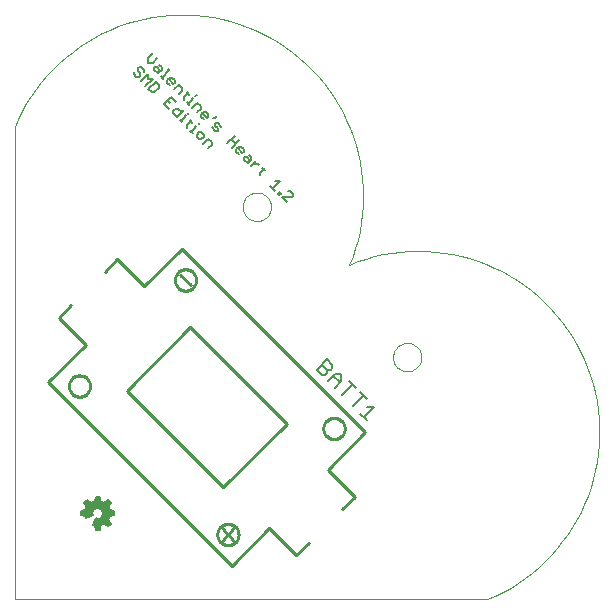
<source format=gto>
G75*
G70*
%OFA0B0*%
%FSLAX24Y24*%
%IPPOS*%
%LPD*%
%AMOC8*
5,1,8,0,0,1.08239X$1,22.5*
%
%ADD10C,0.0000*%
%ADD11C,0.0060*%
%ADD12C,0.0100*%
%ADD13C,0.0070*%
D10*
X009756Y010038D02*
X025504Y010038D01*
X025771Y010155D01*
X026032Y010285D01*
X026287Y010428D01*
X026534Y010582D01*
X026773Y010749D01*
X027005Y010927D01*
X027227Y011115D01*
X027440Y011315D01*
X027643Y011524D01*
X027835Y011743D01*
X028017Y011971D01*
X028188Y012207D01*
X028347Y012452D01*
X028494Y012704D01*
X028629Y012962D01*
X028751Y013227D01*
X028860Y013498D01*
X028956Y013773D01*
X029038Y014053D01*
X029107Y014336D01*
X029162Y014622D01*
X029203Y014911D01*
X029231Y015201D01*
X029244Y015493D01*
X029243Y015784D01*
X029228Y016076D01*
X029199Y016366D01*
X029156Y016654D01*
X029099Y016940D01*
X029028Y017223D01*
X028944Y017502D01*
X028846Y017777D01*
X028735Y018047D01*
X028611Y018311D01*
X028475Y018568D01*
X028326Y018819D01*
X028166Y019063D01*
X027994Y019298D01*
X027810Y019525D01*
X027616Y019743D01*
X027412Y019951D01*
X027198Y020148D01*
X026974Y020336D01*
X026742Y020512D01*
X026501Y020677D01*
X026253Y020830D01*
X025998Y020971D01*
X025736Y021099D01*
X025468Y021215D01*
X025195Y021317D01*
X024918Y021407D01*
X024636Y021482D01*
X024351Y021544D01*
X024063Y021592D01*
X023774Y021627D01*
X023483Y021647D01*
X023191Y021653D01*
X022900Y021645D01*
X022609Y021623D01*
X022320Y021587D01*
X022032Y021537D01*
X021748Y021473D01*
X021467Y021395D01*
X021190Y021304D01*
X020917Y021200D01*
X017357Y023123D02*
X017359Y023166D01*
X017365Y023208D01*
X017375Y023250D01*
X017388Y023291D01*
X017405Y023331D01*
X017426Y023368D01*
X017450Y023404D01*
X017477Y023437D01*
X017507Y023468D01*
X017540Y023496D01*
X017575Y023521D01*
X017612Y023542D01*
X017651Y023560D01*
X017691Y023574D01*
X017733Y023585D01*
X017775Y023592D01*
X017818Y023595D01*
X017861Y023594D01*
X017904Y023589D01*
X017946Y023580D01*
X017987Y023568D01*
X018027Y023552D01*
X018065Y023532D01*
X018101Y023509D01*
X018135Y023482D01*
X018167Y023453D01*
X018195Y023421D01*
X018221Y023386D01*
X018243Y023350D01*
X018262Y023311D01*
X018277Y023271D01*
X018289Y023230D01*
X018297Y023187D01*
X018301Y023144D01*
X018301Y023102D01*
X018297Y023059D01*
X018289Y023016D01*
X018277Y022975D01*
X018262Y022935D01*
X018243Y022896D01*
X018221Y022860D01*
X018195Y022825D01*
X018167Y022793D01*
X018135Y022764D01*
X018101Y022737D01*
X018065Y022714D01*
X018027Y022694D01*
X017987Y022678D01*
X017946Y022666D01*
X017904Y022657D01*
X017861Y022652D01*
X017818Y022651D01*
X017775Y022654D01*
X017733Y022661D01*
X017691Y022672D01*
X017651Y022686D01*
X017612Y022704D01*
X017575Y022725D01*
X017540Y022750D01*
X017507Y022778D01*
X017477Y022809D01*
X017450Y022842D01*
X017426Y022878D01*
X017405Y022915D01*
X017388Y022955D01*
X017375Y022996D01*
X017365Y023038D01*
X017359Y023080D01*
X017357Y023123D01*
X020918Y021199D02*
X021022Y021472D01*
X021113Y021749D01*
X021191Y022030D01*
X021255Y022314D01*
X021305Y022602D01*
X021341Y022891D01*
X021363Y023182D01*
X021371Y023473D01*
X021365Y023765D01*
X021345Y024056D01*
X021310Y024345D01*
X021262Y024633D01*
X021200Y024918D01*
X021125Y025200D01*
X021035Y025477D01*
X020933Y025750D01*
X020817Y026018D01*
X020689Y026280D01*
X020548Y026535D01*
X020395Y026783D01*
X020230Y027024D01*
X020054Y027256D01*
X019866Y027480D01*
X019669Y027694D01*
X019461Y027898D01*
X019243Y028092D01*
X019016Y028276D01*
X018781Y028448D01*
X018537Y028608D01*
X018286Y028757D01*
X018029Y028893D01*
X017765Y029017D01*
X017495Y029128D01*
X017220Y029226D01*
X016941Y029310D01*
X016658Y029381D01*
X016372Y029438D01*
X016084Y029481D01*
X015794Y029510D01*
X015502Y029525D01*
X015211Y029526D01*
X014919Y029513D01*
X014629Y029485D01*
X014340Y029444D01*
X014054Y029389D01*
X013771Y029320D01*
X013491Y029238D01*
X013216Y029142D01*
X012945Y029033D01*
X012680Y028911D01*
X012422Y028776D01*
X012170Y028629D01*
X011925Y028470D01*
X011689Y028299D01*
X011461Y028117D01*
X011242Y027925D01*
X011033Y027722D01*
X010833Y027509D01*
X010645Y027287D01*
X010467Y027055D01*
X010300Y026816D01*
X010146Y026569D01*
X010003Y026314D01*
X009873Y026053D01*
X009756Y025786D01*
X009756Y010038D01*
X022368Y018112D02*
X022370Y018155D01*
X022376Y018197D01*
X022386Y018239D01*
X022399Y018280D01*
X022416Y018320D01*
X022437Y018357D01*
X022461Y018393D01*
X022488Y018426D01*
X022518Y018457D01*
X022551Y018485D01*
X022586Y018510D01*
X022623Y018531D01*
X022662Y018549D01*
X022702Y018563D01*
X022744Y018574D01*
X022786Y018581D01*
X022829Y018584D01*
X022872Y018583D01*
X022915Y018578D01*
X022957Y018569D01*
X022998Y018557D01*
X023038Y018541D01*
X023076Y018521D01*
X023112Y018498D01*
X023146Y018471D01*
X023178Y018442D01*
X023206Y018410D01*
X023232Y018375D01*
X023254Y018339D01*
X023273Y018300D01*
X023288Y018260D01*
X023300Y018219D01*
X023308Y018176D01*
X023312Y018133D01*
X023312Y018091D01*
X023308Y018048D01*
X023300Y018005D01*
X023288Y017964D01*
X023273Y017924D01*
X023254Y017885D01*
X023232Y017849D01*
X023206Y017814D01*
X023178Y017782D01*
X023146Y017753D01*
X023112Y017726D01*
X023076Y017703D01*
X023038Y017683D01*
X022998Y017667D01*
X022957Y017655D01*
X022915Y017646D01*
X022872Y017641D01*
X022829Y017640D01*
X022786Y017643D01*
X022744Y017650D01*
X022702Y017661D01*
X022662Y017675D01*
X022623Y017693D01*
X022586Y017714D01*
X022551Y017739D01*
X022518Y017767D01*
X022488Y017798D01*
X022461Y017831D01*
X022437Y017867D01*
X022416Y017904D01*
X022399Y017944D01*
X022386Y017985D01*
X022376Y018027D01*
X022370Y018069D01*
X022368Y018112D01*
D11*
X018831Y023276D02*
X018670Y023437D01*
X018991Y023437D01*
X019031Y023477D01*
X019031Y023557D01*
X018951Y023637D01*
X018871Y023637D01*
X018620Y023567D02*
X018580Y023527D01*
X018540Y023567D01*
X018580Y023607D01*
X018620Y023567D01*
X018440Y023667D02*
X018280Y023827D01*
X018360Y023747D02*
X018601Y023988D01*
X018440Y023988D01*
X018086Y024342D02*
X018006Y024422D01*
X018086Y024422D02*
X017926Y024262D01*
X017926Y024181D01*
X017910Y024519D02*
X017869Y024559D01*
X017709Y024559D01*
X017629Y024479D02*
X017789Y024639D01*
X017649Y024699D02*
X017529Y024579D01*
X017409Y024699D01*
X017409Y024779D01*
X017489Y024779D01*
X017609Y024659D01*
X017649Y024699D02*
X017649Y024779D01*
X017569Y024859D01*
X017389Y024959D02*
X017349Y024919D01*
X017188Y025080D01*
X017228Y025120D02*
X017309Y025120D01*
X017389Y025039D01*
X017389Y024959D01*
X017228Y024879D02*
X017148Y024959D01*
X017148Y025039D01*
X017228Y025120D01*
X017128Y025220D02*
X016968Y025380D01*
X016848Y025260D02*
X017088Y025500D01*
X017249Y025340D02*
X017008Y025099D01*
X016320Y025193D02*
X016200Y025073D01*
X016320Y025193D02*
X016320Y025273D01*
X016200Y025393D01*
X016040Y025233D01*
X015980Y025373D02*
X016060Y025453D01*
X016060Y025533D01*
X015980Y025614D01*
X015899Y025614D01*
X015819Y025533D01*
X015819Y025453D01*
X015899Y025373D01*
X015980Y025373D01*
X015686Y025587D02*
X015606Y025667D01*
X015646Y025627D02*
X015806Y025787D01*
X015766Y025827D01*
X015886Y025868D02*
X015926Y025908D01*
X016057Y026051D02*
X015976Y026131D01*
X015976Y026211D01*
X016057Y026292D01*
X016137Y026292D01*
X016217Y026211D01*
X016217Y026131D01*
X016177Y026091D01*
X016017Y026252D01*
X015957Y026392D02*
X015836Y026271D01*
X015957Y026392D02*
X015957Y026472D01*
X015836Y026592D01*
X015676Y026432D01*
X015583Y026525D02*
X015502Y026605D01*
X015542Y026565D02*
X015703Y026726D01*
X015663Y026766D01*
X015783Y026806D02*
X015823Y026846D01*
X015569Y026859D02*
X015489Y026939D01*
X015569Y026939D02*
X015409Y026779D01*
X015409Y026699D01*
X015229Y026879D02*
X015349Y026999D01*
X015349Y027080D01*
X015229Y027200D01*
X015068Y027039D01*
X015049Y027220D02*
X014888Y027380D01*
X014848Y027340D02*
X014928Y027420D01*
X015008Y027420D01*
X015089Y027340D01*
X015089Y027260D01*
X015049Y027220D01*
X014928Y027180D02*
X014848Y027260D01*
X014848Y027340D01*
X014715Y027393D02*
X014634Y027474D01*
X014674Y027433D02*
X014915Y027674D01*
X014875Y027714D01*
X014655Y027694D02*
X014534Y027574D01*
X014414Y027694D01*
X014414Y027774D01*
X014494Y027774D01*
X014615Y027654D01*
X014655Y027694D02*
X014655Y027774D01*
X014574Y027854D01*
X014354Y027914D02*
X014515Y028075D01*
X014354Y028235D02*
X014194Y028075D01*
X014194Y027914D01*
X014354Y027914D01*
X014057Y027697D02*
X013977Y027777D01*
X013896Y027777D01*
X013856Y027737D01*
X013856Y027657D01*
X013937Y027577D01*
X013937Y027497D01*
X013896Y027456D01*
X013816Y027457D01*
X013736Y027537D01*
X013736Y027617D01*
X014057Y027617D02*
X014057Y027697D01*
X014197Y027557D02*
X013956Y027316D01*
X014117Y027156D02*
X014357Y027397D01*
X014197Y027397D01*
X014197Y027557D01*
X014457Y027297D02*
X014578Y027176D01*
X014578Y027096D01*
X014417Y026936D01*
X014337Y026936D01*
X014217Y027056D01*
X014457Y027297D01*
X014978Y026776D02*
X014738Y026535D01*
X014898Y026375D01*
X015038Y026315D02*
X015118Y026395D01*
X015198Y026395D01*
X015319Y026275D01*
X015399Y026355D02*
X015158Y026114D01*
X015038Y026235D01*
X015038Y026315D01*
X014938Y026575D02*
X014858Y026655D01*
X014978Y026776D02*
X015139Y026615D01*
X015539Y026215D02*
X015579Y026255D01*
X015459Y026135D02*
X015298Y025974D01*
X015258Y026014D02*
X015339Y025934D01*
X015512Y025841D02*
X015512Y025760D01*
X015512Y025841D02*
X015673Y026001D01*
X015673Y025921D02*
X015592Y026001D01*
X015459Y026135D02*
X015419Y026175D01*
X016357Y026071D02*
X016437Y026071D01*
X016517Y026152D01*
X016527Y025901D02*
X016648Y025781D01*
X016527Y025741D02*
X016447Y025821D01*
X016447Y025901D01*
X016527Y025901D01*
X016527Y025741D02*
X016527Y025660D01*
X016447Y025660D01*
X016327Y025781D01*
X012587Y013463D02*
X012615Y013308D01*
X012735Y013258D01*
X012870Y013350D01*
X012962Y013258D01*
X012870Y013124D01*
X012919Y013003D01*
X013082Y012968D01*
X013082Y012841D01*
X012926Y012813D01*
X012877Y012692D01*
X012962Y012565D01*
X012870Y012473D01*
X012750Y012551D01*
X012615Y012501D01*
X012587Y012346D01*
X012460Y012346D01*
X012431Y012487D01*
X012368Y012508D01*
X012467Y012735D01*
X012488Y012671D02*
X012700Y012742D01*
X012735Y012919D01*
X012665Y013060D01*
X012523Y013131D01*
X012382Y013060D01*
X012311Y012919D01*
X012311Y012848D01*
X012134Y012813D01*
X011993Y012883D01*
X011993Y012954D01*
X012170Y012989D01*
X012205Y013166D01*
X012134Y013237D01*
X012205Y013308D01*
X012311Y013201D01*
X012453Y013272D01*
X012488Y013449D01*
X012559Y013449D01*
X012594Y013272D01*
X012771Y013237D01*
X012842Y013308D01*
X012912Y013237D01*
X012842Y013095D01*
X012912Y012954D01*
X013054Y012954D01*
X013054Y012883D01*
X012912Y012813D01*
X012842Y012671D01*
X012948Y012565D01*
X012842Y012530D01*
X012700Y012600D01*
X012594Y012494D01*
X012559Y012388D01*
X012488Y012388D01*
X012453Y012494D01*
X012417Y012530D01*
X012488Y012671D01*
X012493Y012673D02*
X012842Y012673D01*
X012872Y012731D02*
X012669Y012731D01*
X012710Y012790D02*
X012901Y012790D01*
X012984Y012849D02*
X012721Y012849D01*
X012733Y012907D02*
X013054Y012907D01*
X012906Y012966D02*
X012712Y012966D01*
X012683Y013024D02*
X012877Y013024D01*
X012848Y013083D02*
X012619Y013083D01*
X012663Y013258D02*
X012425Y013258D01*
X012431Y013308D02*
X012460Y013463D01*
X012587Y013463D01*
X012562Y013434D02*
X012485Y013434D01*
X012473Y013375D02*
X012573Y013375D01*
X012585Y013317D02*
X012462Y013317D01*
X012431Y013308D02*
X012297Y013258D01*
X012177Y013350D01*
X012085Y013258D01*
X012170Y013131D01*
X012113Y013003D01*
X011965Y012968D01*
X011965Y012841D01*
X012106Y012813D01*
X012120Y012756D01*
X012354Y012848D01*
X012311Y012849D02*
X012062Y012849D01*
X011993Y012907D02*
X012311Y012907D01*
X012335Y012966D02*
X012051Y012966D01*
X012177Y013024D02*
X012364Y013024D01*
X012427Y013083D02*
X012188Y013083D01*
X012200Y013141D02*
X012864Y013141D01*
X012894Y013200D02*
X012171Y013200D01*
X012156Y013258D02*
X012254Y013258D01*
X012353Y012847D02*
X012347Y012872D01*
X012344Y012898D01*
X012345Y012924D01*
X012350Y012950D01*
X012358Y012974D01*
X012370Y012997D01*
X012385Y013018D01*
X012403Y013037D01*
X012423Y013053D01*
X012446Y013066D01*
X012470Y013075D01*
X012495Y013081D01*
X012521Y013083D01*
X012547Y013081D01*
X012572Y013076D01*
X012597Y013067D01*
X012619Y013055D01*
X012640Y013039D01*
X012658Y013021D01*
X012674Y013000D01*
X012686Y012978D01*
X012695Y012953D01*
X012700Y012928D01*
X012702Y012902D01*
X012700Y012876D01*
X012694Y012851D01*
X012685Y012827D01*
X012672Y012804D01*
X012656Y012784D01*
X012637Y012766D01*
X012616Y012751D01*
X012593Y012739D01*
X012569Y012731D01*
X012543Y012726D01*
X012517Y012725D01*
X012492Y012728D01*
X012466Y012734D01*
X012460Y012614D02*
X012898Y012614D01*
X012920Y012556D02*
X012789Y012556D01*
X012656Y012556D02*
X012430Y012556D01*
X012450Y012497D02*
X012597Y012497D01*
X012576Y012439D02*
X012471Y012439D01*
X012792Y013258D02*
X012891Y013258D01*
D12*
X013487Y016998D02*
X015602Y019114D01*
X018832Y015885D01*
X016716Y013769D01*
X013487Y016998D01*
X011562Y017148D02*
X011564Y017185D01*
X011570Y017222D01*
X011579Y017257D01*
X011593Y017292D01*
X011609Y017325D01*
X011630Y017356D01*
X011653Y017385D01*
X011679Y017411D01*
X011708Y017434D01*
X011739Y017455D01*
X011772Y017471D01*
X011807Y017485D01*
X011842Y017494D01*
X011879Y017500D01*
X011916Y017502D01*
X011953Y017500D01*
X011990Y017494D01*
X012025Y017485D01*
X012060Y017471D01*
X012093Y017455D01*
X012124Y017434D01*
X012153Y017411D01*
X012179Y017385D01*
X012202Y017356D01*
X012223Y017325D01*
X012239Y017292D01*
X012253Y017257D01*
X012262Y017222D01*
X012268Y017185D01*
X012270Y017148D01*
X012268Y017111D01*
X012262Y017074D01*
X012253Y017039D01*
X012239Y017004D01*
X012223Y016971D01*
X012202Y016940D01*
X012179Y016911D01*
X012153Y016885D01*
X012124Y016862D01*
X012093Y016841D01*
X012060Y016825D01*
X012025Y016811D01*
X011990Y016802D01*
X011953Y016796D01*
X011916Y016794D01*
X011879Y016796D01*
X011842Y016802D01*
X011807Y016811D01*
X011772Y016825D01*
X011739Y016841D01*
X011708Y016862D01*
X011679Y016885D01*
X011653Y016911D01*
X011630Y016940D01*
X011609Y016971D01*
X011593Y017004D01*
X011579Y017039D01*
X011570Y017074D01*
X011564Y017111D01*
X011562Y017148D01*
X010870Y017276D02*
X012122Y018529D01*
X011232Y019420D01*
X011649Y019838D01*
X012763Y020951D02*
X013180Y021369D01*
X014071Y020478D01*
X015324Y021731D01*
X021449Y015606D01*
X020196Y014353D01*
X021087Y013463D01*
X020669Y013045D01*
X019555Y011931D02*
X019138Y011514D01*
X018247Y012405D01*
X016994Y011152D01*
X010870Y017276D01*
X015275Y020861D02*
X015629Y020507D01*
X015098Y020684D02*
X015100Y020721D01*
X015106Y020758D01*
X015115Y020793D01*
X015129Y020828D01*
X015145Y020861D01*
X015166Y020892D01*
X015189Y020921D01*
X015215Y020947D01*
X015244Y020970D01*
X015275Y020991D01*
X015308Y021007D01*
X015343Y021021D01*
X015378Y021030D01*
X015415Y021036D01*
X015452Y021038D01*
X015489Y021036D01*
X015526Y021030D01*
X015561Y021021D01*
X015596Y021007D01*
X015629Y020991D01*
X015660Y020970D01*
X015689Y020947D01*
X015715Y020921D01*
X015738Y020892D01*
X015759Y020861D01*
X015775Y020828D01*
X015789Y020793D01*
X015798Y020758D01*
X015804Y020721D01*
X015806Y020684D01*
X015804Y020647D01*
X015798Y020610D01*
X015789Y020575D01*
X015775Y020540D01*
X015759Y020507D01*
X015738Y020476D01*
X015715Y020447D01*
X015689Y020421D01*
X015660Y020398D01*
X015629Y020377D01*
X015596Y020361D01*
X015561Y020347D01*
X015526Y020338D01*
X015489Y020332D01*
X015452Y020330D01*
X015415Y020332D01*
X015378Y020338D01*
X015343Y020347D01*
X015308Y020361D01*
X015275Y020377D01*
X015244Y020398D01*
X015215Y020421D01*
X015189Y020447D01*
X015166Y020476D01*
X015145Y020507D01*
X015129Y020540D01*
X015115Y020575D01*
X015106Y020610D01*
X015100Y020647D01*
X015098Y020684D01*
X020048Y015734D02*
X020050Y015771D01*
X020056Y015808D01*
X020065Y015843D01*
X020079Y015878D01*
X020095Y015911D01*
X020116Y015942D01*
X020139Y015971D01*
X020165Y015997D01*
X020194Y016020D01*
X020225Y016041D01*
X020258Y016057D01*
X020293Y016071D01*
X020328Y016080D01*
X020365Y016086D01*
X020402Y016088D01*
X020439Y016086D01*
X020476Y016080D01*
X020511Y016071D01*
X020546Y016057D01*
X020579Y016041D01*
X020610Y016020D01*
X020639Y015997D01*
X020665Y015971D01*
X020688Y015942D01*
X020709Y015911D01*
X020725Y015878D01*
X020739Y015843D01*
X020748Y015808D01*
X020754Y015771D01*
X020756Y015734D01*
X020754Y015697D01*
X020748Y015660D01*
X020739Y015625D01*
X020725Y015590D01*
X020709Y015557D01*
X020688Y015526D01*
X020665Y015497D01*
X020639Y015471D01*
X020610Y015448D01*
X020579Y015427D01*
X020546Y015411D01*
X020511Y015397D01*
X020476Y015388D01*
X020439Y015382D01*
X020402Y015380D01*
X020365Y015382D01*
X020328Y015388D01*
X020293Y015397D01*
X020258Y015411D01*
X020225Y015427D01*
X020194Y015448D01*
X020165Y015471D01*
X020139Y015497D01*
X020116Y015526D01*
X020095Y015557D01*
X020079Y015590D01*
X020065Y015625D01*
X020056Y015660D01*
X020050Y015697D01*
X020048Y015734D01*
X017043Y012375D02*
X016689Y012022D01*
X016512Y012199D02*
X016514Y012236D01*
X016520Y012273D01*
X016529Y012308D01*
X016543Y012343D01*
X016559Y012376D01*
X016580Y012407D01*
X016603Y012436D01*
X016629Y012462D01*
X016658Y012485D01*
X016689Y012506D01*
X016722Y012522D01*
X016757Y012536D01*
X016792Y012545D01*
X016829Y012551D01*
X016866Y012553D01*
X016903Y012551D01*
X016940Y012545D01*
X016975Y012536D01*
X017010Y012522D01*
X017043Y012506D01*
X017074Y012485D01*
X017103Y012462D01*
X017129Y012436D01*
X017152Y012407D01*
X017173Y012376D01*
X017189Y012343D01*
X017203Y012308D01*
X017212Y012273D01*
X017218Y012236D01*
X017220Y012199D01*
X017218Y012162D01*
X017212Y012125D01*
X017203Y012090D01*
X017189Y012055D01*
X017173Y012022D01*
X017152Y011991D01*
X017129Y011962D01*
X017103Y011936D01*
X017074Y011913D01*
X017043Y011892D01*
X017010Y011876D01*
X016975Y011862D01*
X016940Y011853D01*
X016903Y011847D01*
X016866Y011845D01*
X016829Y011847D01*
X016792Y011853D01*
X016757Y011862D01*
X016722Y011876D01*
X016689Y011892D01*
X016658Y011913D01*
X016629Y011936D01*
X016603Y011962D01*
X016580Y011991D01*
X016559Y012022D01*
X016543Y012055D01*
X016529Y012090D01*
X016520Y012125D01*
X016514Y012162D01*
X016512Y012199D01*
X016689Y012375D02*
X017043Y012022D01*
D13*
X021281Y016233D02*
X021513Y016002D01*
X021397Y016118D02*
X021744Y016464D01*
X021513Y016464D01*
X021495Y016713D02*
X021264Y016944D01*
X021379Y016829D02*
X021032Y016482D01*
X020668Y016847D02*
X021015Y017194D01*
X020899Y017309D02*
X021130Y017078D01*
X020650Y017327D02*
X020650Y017558D01*
X020419Y017558D01*
X020188Y017327D01*
X020112Y017518D02*
X019997Y017518D01*
X019823Y017692D01*
X020170Y018038D01*
X020343Y017865D01*
X020343Y017749D01*
X020286Y017692D01*
X020170Y017692D01*
X019997Y017865D01*
X020170Y017692D02*
X020170Y017576D01*
X020112Y017518D01*
X020361Y017500D02*
X020592Y017269D01*
X020650Y017327D02*
X020419Y017096D01*
M02*

</source>
